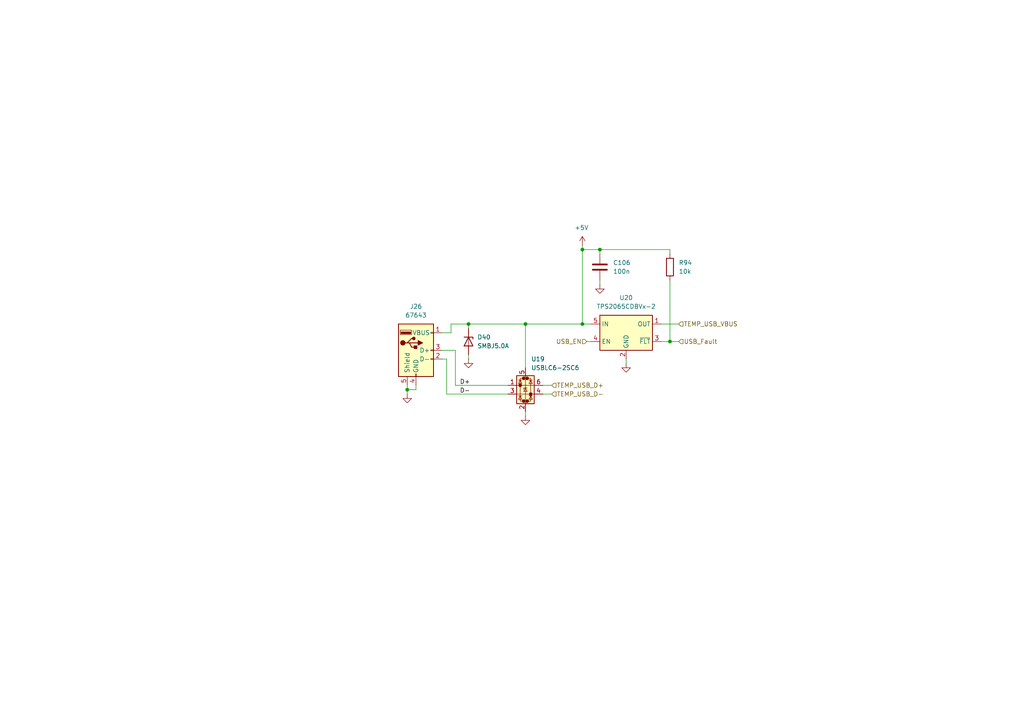
<source format=kicad_sch>
(kicad_sch
	(version 20250114)
	(generator "eeschema")
	(generator_version "9.0")
	(uuid "4cf4a0d2-384e-46e1-b75b-e88135e9d4b0")
	(paper "A4")
	(lib_symbols
		(symbol "Connector:USB_A"
			(pin_names
				(offset 1.016)
			)
			(exclude_from_sim no)
			(in_bom yes)
			(on_board yes)
			(property "Reference" "J"
				(at -5.08 11.43 0)
				(effects
					(font
						(size 1.27 1.27)
					)
					(justify left)
				)
			)
			(property "Value" "USB_A"
				(at -5.08 8.89 0)
				(effects
					(font
						(size 1.27 1.27)
					)
					(justify left)
				)
			)
			(property "Footprint" ""
				(at 3.81 -1.27 0)
				(effects
					(font
						(size 1.27 1.27)
					)
					(hide yes)
				)
			)
			(property "Datasheet" "~"
				(at 3.81 -1.27 0)
				(effects
					(font
						(size 1.27 1.27)
					)
					(hide yes)
				)
			)
			(property "Description" "USB Type A connector"
				(at 0 0 0)
				(effects
					(font
						(size 1.27 1.27)
					)
					(hide yes)
				)
			)
			(property "ki_keywords" "connector USB"
				(at 0 0 0)
				(effects
					(font
						(size 1.27 1.27)
					)
					(hide yes)
				)
			)
			(property "ki_fp_filters" "USB*"
				(at 0 0 0)
				(effects
					(font
						(size 1.27 1.27)
					)
					(hide yes)
				)
			)
			(symbol "USB_A_0_1"
				(rectangle
					(start -5.08 -7.62)
					(end 5.08 7.62)
					(stroke
						(width 0.254)
						(type default)
					)
					(fill
						(type background)
					)
				)
				(circle
					(center -3.81 2.159)
					(radius 0.635)
					(stroke
						(width 0.254)
						(type default)
					)
					(fill
						(type outline)
					)
				)
				(polyline
					(pts
						(xy -3.175 2.159) (xy -2.54 2.159) (xy -1.27 3.429) (xy -0.635 3.429)
					)
					(stroke
						(width 0.254)
						(type default)
					)
					(fill
						(type none)
					)
				)
				(polyline
					(pts
						(xy -2.54 2.159) (xy -1.905 2.159) (xy -1.27 0.889) (xy 0 0.889)
					)
					(stroke
						(width 0.254)
						(type default)
					)
					(fill
						(type none)
					)
				)
				(rectangle
					(start -1.524 4.826)
					(end -4.318 5.334)
					(stroke
						(width 0)
						(type default)
					)
					(fill
						(type outline)
					)
				)
				(rectangle
					(start -1.27 4.572)
					(end -4.572 5.842)
					(stroke
						(width 0)
						(type default)
					)
					(fill
						(type none)
					)
				)
				(circle
					(center -0.635 3.429)
					(radius 0.381)
					(stroke
						(width 0.254)
						(type default)
					)
					(fill
						(type outline)
					)
				)
				(rectangle
					(start -0.127 -7.62)
					(end 0.127 -6.858)
					(stroke
						(width 0)
						(type default)
					)
					(fill
						(type none)
					)
				)
				(rectangle
					(start 0.254 1.27)
					(end -0.508 0.508)
					(stroke
						(width 0.254)
						(type default)
					)
					(fill
						(type outline)
					)
				)
				(polyline
					(pts
						(xy 0.635 2.794) (xy 0.635 1.524) (xy 1.905 2.159) (xy 0.635 2.794)
					)
					(stroke
						(width 0.254)
						(type default)
					)
					(fill
						(type outline)
					)
				)
				(rectangle
					(start 5.08 4.953)
					(end 4.318 5.207)
					(stroke
						(width 0)
						(type default)
					)
					(fill
						(type none)
					)
				)
				(rectangle
					(start 5.08 -0.127)
					(end 4.318 0.127)
					(stroke
						(width 0)
						(type default)
					)
					(fill
						(type none)
					)
				)
				(rectangle
					(start 5.08 -2.667)
					(end 4.318 -2.413)
					(stroke
						(width 0)
						(type default)
					)
					(fill
						(type none)
					)
				)
			)
			(symbol "USB_A_1_1"
				(polyline
					(pts
						(xy -1.905 2.159) (xy 0.635 2.159)
					)
					(stroke
						(width 0.254)
						(type default)
					)
					(fill
						(type none)
					)
				)
				(pin passive line
					(at -2.54 -10.16 90)
					(length 2.54)
					(name "Shield"
						(effects
							(font
								(size 1.27 1.27)
							)
						)
					)
					(number "5"
						(effects
							(font
								(size 1.27 1.27)
							)
						)
					)
				)
				(pin power_in line
					(at 0 -10.16 90)
					(length 2.54)
					(name "GND"
						(effects
							(font
								(size 1.27 1.27)
							)
						)
					)
					(number "4"
						(effects
							(font
								(size 1.27 1.27)
							)
						)
					)
				)
				(pin power_in line
					(at 7.62 5.08 180)
					(length 2.54)
					(name "VBUS"
						(effects
							(font
								(size 1.27 1.27)
							)
						)
					)
					(number "1"
						(effects
							(font
								(size 1.27 1.27)
							)
						)
					)
				)
				(pin bidirectional line
					(at 7.62 0 180)
					(length 2.54)
					(name "D+"
						(effects
							(font
								(size 1.27 1.27)
							)
						)
					)
					(number "3"
						(effects
							(font
								(size 1.27 1.27)
							)
						)
					)
				)
				(pin bidirectional line
					(at 7.62 -2.54 180)
					(length 2.54)
					(name "D-"
						(effects
							(font
								(size 1.27 1.27)
							)
						)
					)
					(number "2"
						(effects
							(font
								(size 1.27 1.27)
							)
						)
					)
				)
			)
			(embedded_fonts no)
		)
		(symbol "Device:C"
			(pin_numbers
				(hide yes)
			)
			(pin_names
				(offset 0.254)
			)
			(exclude_from_sim no)
			(in_bom yes)
			(on_board yes)
			(property "Reference" "C"
				(at 0.635 2.54 0)
				(effects
					(font
						(size 1.27 1.27)
					)
					(justify left)
				)
			)
			(property "Value" "C"
				(at 0.635 -2.54 0)
				(effects
					(font
						(size 1.27 1.27)
					)
					(justify left)
				)
			)
			(property "Footprint" ""
				(at 0.9652 -3.81 0)
				(effects
					(font
						(size 1.27 1.27)
					)
					(hide yes)
				)
			)
			(property "Datasheet" "~"
				(at 0 0 0)
				(effects
					(font
						(size 1.27 1.27)
					)
					(hide yes)
				)
			)
			(property "Description" "Unpolarized capacitor"
				(at 0 0 0)
				(effects
					(font
						(size 1.27 1.27)
					)
					(hide yes)
				)
			)
			(property "ki_keywords" "cap capacitor"
				(at 0 0 0)
				(effects
					(font
						(size 1.27 1.27)
					)
					(hide yes)
				)
			)
			(property "ki_fp_filters" "C_*"
				(at 0 0 0)
				(effects
					(font
						(size 1.27 1.27)
					)
					(hide yes)
				)
			)
			(symbol "C_0_1"
				(polyline
					(pts
						(xy -2.032 0.762) (xy 2.032 0.762)
					)
					(stroke
						(width 0.508)
						(type default)
					)
					(fill
						(type none)
					)
				)
				(polyline
					(pts
						(xy -2.032 -0.762) (xy 2.032 -0.762)
					)
					(stroke
						(width 0.508)
						(type default)
					)
					(fill
						(type none)
					)
				)
			)
			(symbol "C_1_1"
				(pin passive line
					(at 0 3.81 270)
					(length 2.794)
					(name "~"
						(effects
							(font
								(size 1.27 1.27)
							)
						)
					)
					(number "1"
						(effects
							(font
								(size 1.27 1.27)
							)
						)
					)
				)
				(pin passive line
					(at 0 -3.81 90)
					(length 2.794)
					(name "~"
						(effects
							(font
								(size 1.27 1.27)
							)
						)
					)
					(number "2"
						(effects
							(font
								(size 1.27 1.27)
							)
						)
					)
				)
			)
			(embedded_fonts no)
		)
		(symbol "Device:D_Zener"
			(pin_numbers
				(hide yes)
			)
			(pin_names
				(offset 1.016)
				(hide yes)
			)
			(exclude_from_sim no)
			(in_bom yes)
			(on_board yes)
			(property "Reference" "D"
				(at 0 2.54 0)
				(effects
					(font
						(size 1.27 1.27)
					)
				)
			)
			(property "Value" "D_Zener"
				(at 0 -2.54 0)
				(effects
					(font
						(size 1.27 1.27)
					)
				)
			)
			(property "Footprint" ""
				(at 0 0 0)
				(effects
					(font
						(size 1.27 1.27)
					)
					(hide yes)
				)
			)
			(property "Datasheet" "~"
				(at 0 0 0)
				(effects
					(font
						(size 1.27 1.27)
					)
					(hide yes)
				)
			)
			(property "Description" "Zener diode"
				(at 0 0 0)
				(effects
					(font
						(size 1.27 1.27)
					)
					(hide yes)
				)
			)
			(property "ki_keywords" "diode"
				(at 0 0 0)
				(effects
					(font
						(size 1.27 1.27)
					)
					(hide yes)
				)
			)
			(property "ki_fp_filters" "TO-???* *_Diode_* *SingleDiode* D_*"
				(at 0 0 0)
				(effects
					(font
						(size 1.27 1.27)
					)
					(hide yes)
				)
			)
			(symbol "D_Zener_0_1"
				(polyline
					(pts
						(xy -1.27 -1.27) (xy -1.27 1.27) (xy -0.762 1.27)
					)
					(stroke
						(width 0.254)
						(type default)
					)
					(fill
						(type none)
					)
				)
				(polyline
					(pts
						(xy 1.27 0) (xy -1.27 0)
					)
					(stroke
						(width 0)
						(type default)
					)
					(fill
						(type none)
					)
				)
				(polyline
					(pts
						(xy 1.27 -1.27) (xy 1.27 1.27) (xy -1.27 0) (xy 1.27 -1.27)
					)
					(stroke
						(width 0.254)
						(type default)
					)
					(fill
						(type none)
					)
				)
			)
			(symbol "D_Zener_1_1"
				(pin passive line
					(at -3.81 0 0)
					(length 2.54)
					(name "K"
						(effects
							(font
								(size 1.27 1.27)
							)
						)
					)
					(number "1"
						(effects
							(font
								(size 1.27 1.27)
							)
						)
					)
				)
				(pin passive line
					(at 3.81 0 180)
					(length 2.54)
					(name "A"
						(effects
							(font
								(size 1.27 1.27)
							)
						)
					)
					(number "2"
						(effects
							(font
								(size 1.27 1.27)
							)
						)
					)
				)
			)
			(embedded_fonts no)
		)
		(symbol "Device:R"
			(pin_numbers
				(hide yes)
			)
			(pin_names
				(offset 0)
			)
			(exclude_from_sim no)
			(in_bom yes)
			(on_board yes)
			(property "Reference" "R"
				(at 2.032 0 90)
				(effects
					(font
						(size 1.27 1.27)
					)
				)
			)
			(property "Value" "R"
				(at 0 0 90)
				(effects
					(font
						(size 1.27 1.27)
					)
				)
			)
			(property "Footprint" ""
				(at -1.778 0 90)
				(effects
					(font
						(size 1.27 1.27)
					)
					(hide yes)
				)
			)
			(property "Datasheet" "~"
				(at 0 0 0)
				(effects
					(font
						(size 1.27 1.27)
					)
					(hide yes)
				)
			)
			(property "Description" "Resistor"
				(at 0 0 0)
				(effects
					(font
						(size 1.27 1.27)
					)
					(hide yes)
				)
			)
			(property "ki_keywords" "R res resistor"
				(at 0 0 0)
				(effects
					(font
						(size 1.27 1.27)
					)
					(hide yes)
				)
			)
			(property "ki_fp_filters" "R_*"
				(at 0 0 0)
				(effects
					(font
						(size 1.27 1.27)
					)
					(hide yes)
				)
			)
			(symbol "R_0_1"
				(rectangle
					(start -1.016 -2.54)
					(end 1.016 2.54)
					(stroke
						(width 0.254)
						(type default)
					)
					(fill
						(type none)
					)
				)
			)
			(symbol "R_1_1"
				(pin passive line
					(at 0 3.81 270)
					(length 1.27)
					(name "~"
						(effects
							(font
								(size 1.27 1.27)
							)
						)
					)
					(number "1"
						(effects
							(font
								(size 1.27 1.27)
							)
						)
					)
				)
				(pin passive line
					(at 0 -3.81 90)
					(length 1.27)
					(name "~"
						(effects
							(font
								(size 1.27 1.27)
							)
						)
					)
					(number "2"
						(effects
							(font
								(size 1.27 1.27)
							)
						)
					)
				)
			)
			(embedded_fonts no)
		)
		(symbol "Power_Management:TPS2065CDBVx-2"
			(exclude_from_sim no)
			(in_bom yes)
			(on_board yes)
			(property "Reference" "U"
				(at -7.62 -6.35 0)
				(effects
					(font
						(size 1.27 1.27)
					)
					(justify left)
				)
			)
			(property "Value" "TPS2065CDBVx-2"
				(at -7.62 6.35 0)
				(effects
					(font
						(size 1.27 1.27)
					)
					(justify left)
				)
			)
			(property "Footprint" "Package_TO_SOT_SMD:SOT-23-5"
				(at 1.27 -7.62 0)
				(effects
					(font
						(size 1.27 1.27)
					)
					(justify left)
					(hide yes)
				)
			)
			(property "Datasheet" "https://www.ti.com/lit/ds/symlink/tps2051c.pdf"
				(at 1.27 -10.16 0)
				(effects
					(font
						(size 1.27 1.27)
					)
					(justify left)
					(hide yes)
				)
			)
			(property "Description" "1A Current limited power switch, single channel, reverse blocking, SOT-23-5"
				(at 0 0 0)
				(effects
					(font
						(size 1.27 1.27)
					)
					(hide yes)
				)
			)
			(property "ki_keywords" "Limit USB Active High"
				(at 0 0 0)
				(effects
					(font
						(size 1.27 1.27)
					)
					(hide yes)
				)
			)
			(property "ki_fp_filters" "SOT?23*"
				(at 0 0 0)
				(effects
					(font
						(size 1.27 1.27)
					)
					(hide yes)
				)
			)
			(symbol "TPS2065CDBVx-2_0_1"
				(rectangle
					(start -7.62 5.08)
					(end 7.62 -5.08)
					(stroke
						(width 0.254)
						(type default)
					)
					(fill
						(type background)
					)
				)
			)
			(symbol "TPS2065CDBVx-2_1_1"
				(pin power_in line
					(at -10.16 2.54 0)
					(length 2.54)
					(name "IN"
						(effects
							(font
								(size 1.27 1.27)
							)
						)
					)
					(number "5"
						(effects
							(font
								(size 1.27 1.27)
							)
						)
					)
				)
				(pin input line
					(at -10.16 -2.54 0)
					(length 2.54)
					(name "EN"
						(effects
							(font
								(size 1.27 1.27)
							)
						)
					)
					(number "4"
						(effects
							(font
								(size 1.27 1.27)
							)
						)
					)
				)
				(pin power_in line
					(at 0 -7.62 90)
					(length 2.54)
					(name "GND"
						(effects
							(font
								(size 1.27 1.27)
							)
						)
					)
					(number "2"
						(effects
							(font
								(size 1.27 1.27)
							)
						)
					)
				)
				(pin power_out line
					(at 10.16 2.54 180)
					(length 2.54)
					(name "OUT"
						(effects
							(font
								(size 1.27 1.27)
							)
						)
					)
					(number "1"
						(effects
							(font
								(size 1.27 1.27)
							)
						)
					)
				)
				(pin open_collector line
					(at 10.16 -2.54 180)
					(length 2.54)
					(name "~{FLT}"
						(effects
							(font
								(size 1.27 1.27)
							)
						)
					)
					(number "3"
						(effects
							(font
								(size 1.27 1.27)
							)
						)
					)
				)
			)
			(embedded_fonts no)
		)
		(symbol "Power_Protection:USBLC6-2SC6"
			(pin_names
				(hide yes)
			)
			(exclude_from_sim no)
			(in_bom yes)
			(on_board yes)
			(property "Reference" "U"
				(at 0.635 5.715 0)
				(effects
					(font
						(size 1.27 1.27)
					)
					(justify left)
				)
			)
			(property "Value" "USBLC6-2SC6"
				(at 0.635 3.81 0)
				(effects
					(font
						(size 1.27 1.27)
					)
					(justify left)
				)
			)
			(property "Footprint" "Package_TO_SOT_SMD:SOT-23-6"
				(at 1.27 -6.35 0)
				(effects
					(font
						(size 1.27 1.27)
						(italic yes)
					)
					(justify left)
					(hide yes)
				)
			)
			(property "Datasheet" "https://www.st.com/resource/en/datasheet/usblc6-2.pdf"
				(at 1.27 -8.255 0)
				(effects
					(font
						(size 1.27 1.27)
					)
					(justify left)
					(hide yes)
				)
			)
			(property "Description" "Very low capacitance ESD protection diode, 2 data-line, SOT-23-6"
				(at 0 0 0)
				(effects
					(font
						(size 1.27 1.27)
					)
					(hide yes)
				)
			)
			(property "ki_keywords" "usb ethernet video"
				(at 0 0 0)
				(effects
					(font
						(size 1.27 1.27)
					)
					(hide yes)
				)
			)
			(property "ki_fp_filters" "SOT?23*"
				(at 0 0 0)
				(effects
					(font
						(size 1.27 1.27)
					)
					(hide yes)
				)
			)
			(symbol "USBLC6-2SC6_0_0"
				(circle
					(center -1.524 0)
					(radius 0.0001)
					(stroke
						(width 0.508)
						(type default)
					)
					(fill
						(type none)
					)
				)
				(circle
					(center -0.508 2.032)
					(radius 0.0001)
					(stroke
						(width 0.508)
						(type default)
					)
					(fill
						(type none)
					)
				)
				(circle
					(center -0.508 -4.572)
					(radius 0.0001)
					(stroke
						(width 0.508)
						(type default)
					)
					(fill
						(type none)
					)
				)
				(circle
					(center 0.508 2.032)
					(radius 0.0001)
					(stroke
						(width 0.508)
						(type default)
					)
					(fill
						(type none)
					)
				)
				(circle
					(center 0.508 -4.572)
					(radius 0.0001)
					(stroke
						(width 0.508)
						(type default)
					)
					(fill
						(type none)
					)
				)
				(circle
					(center 1.524 -2.54)
					(radius 0.0001)
					(stroke
						(width 0.508)
						(type default)
					)
					(fill
						(type none)
					)
				)
			)
			(symbol "USBLC6-2SC6_0_1"
				(polyline
					(pts
						(xy -2.54 0) (xy 2.54 0)
					)
					(stroke
						(width 0)
						(type default)
					)
					(fill
						(type none)
					)
				)
				(polyline
					(pts
						(xy -2.54 -2.54) (xy 2.54 -2.54)
					)
					(stroke
						(width 0)
						(type default)
					)
					(fill
						(type none)
					)
				)
				(polyline
					(pts
						(xy -2.032 0.508) (xy -1.016 0.508) (xy -1.524 1.524) (xy -2.032 0.508)
					)
					(stroke
						(width 0)
						(type default)
					)
					(fill
						(type none)
					)
				)
				(polyline
					(pts
						(xy -2.032 -3.048) (xy -1.016 -3.048)
					)
					(stroke
						(width 0)
						(type default)
					)
					(fill
						(type none)
					)
				)
				(polyline
					(pts
						(xy -1.016 1.524) (xy -2.032 1.524)
					)
					(stroke
						(width 0)
						(type default)
					)
					(fill
						(type none)
					)
				)
				(polyline
					(pts
						(xy -1.016 -4.064) (xy -2.032 -4.064) (xy -1.524 -3.048) (xy -1.016 -4.064)
					)
					(stroke
						(width 0)
						(type default)
					)
					(fill
						(type none)
					)
				)
				(polyline
					(pts
						(xy -0.508 -1.143) (xy -0.508 -0.762) (xy 0.508 -0.762)
					)
					(stroke
						(width 0)
						(type default)
					)
					(fill
						(type none)
					)
				)
				(polyline
					(pts
						(xy 0 2.54) (xy -0.508 2.032) (xy 0.508 2.032) (xy 0 1.524) (xy 0 -4.064) (xy -0.508 -4.572) (xy 0.508 -4.572)
						(xy 0 -5.08)
					)
					(stroke
						(width 0)
						(type default)
					)
					(fill
						(type none)
					)
				)
				(polyline
					(pts
						(xy 0.508 -1.778) (xy -0.508 -1.778) (xy 0 -0.762) (xy 0.508 -1.778)
					)
					(stroke
						(width 0)
						(type default)
					)
					(fill
						(type none)
					)
				)
				(polyline
					(pts
						(xy 1.016 1.524) (xy 2.032 1.524)
					)
					(stroke
						(width 0)
						(type default)
					)
					(fill
						(type none)
					)
				)
				(polyline
					(pts
						(xy 1.016 -3.048) (xy 2.032 -3.048)
					)
					(stroke
						(width 0)
						(type default)
					)
					(fill
						(type none)
					)
				)
				(polyline
					(pts
						(xy 2.032 0.508) (xy 1.016 0.508) (xy 1.524 1.524) (xy 2.032 0.508)
					)
					(stroke
						(width 0)
						(type default)
					)
					(fill
						(type none)
					)
				)
				(polyline
					(pts
						(xy 2.032 -4.064) (xy 1.016 -4.064) (xy 1.524 -3.048) (xy 2.032 -4.064)
					)
					(stroke
						(width 0)
						(type default)
					)
					(fill
						(type none)
					)
				)
			)
			(symbol "USBLC6-2SC6_1_1"
				(rectangle
					(start -2.54 2.794)
					(end 2.54 -5.334)
					(stroke
						(width 0.254)
						(type default)
					)
					(fill
						(type background)
					)
				)
				(polyline
					(pts
						(xy -0.508 2.032) (xy -1.524 2.032) (xy -1.524 -4.572) (xy -0.508 -4.572)
					)
					(stroke
						(width 0)
						(type default)
					)
					(fill
						(type none)
					)
				)
				(polyline
					(pts
						(xy 0.508 -4.572) (xy 1.524 -4.572) (xy 1.524 2.032) (xy 0.508 2.032)
					)
					(stroke
						(width 0)
						(type default)
					)
					(fill
						(type none)
					)
				)
				(pin passive line
					(at -5.08 0 0)
					(length 2.54)
					(name "I/O1"
						(effects
							(font
								(size 1.27 1.27)
							)
						)
					)
					(number "1"
						(effects
							(font
								(size 1.27 1.27)
							)
						)
					)
				)
				(pin passive line
					(at -5.08 -2.54 0)
					(length 2.54)
					(name "I/O2"
						(effects
							(font
								(size 1.27 1.27)
							)
						)
					)
					(number "3"
						(effects
							(font
								(size 1.27 1.27)
							)
						)
					)
				)
				(pin passive line
					(at 0 5.08 270)
					(length 2.54)
					(name "VBUS"
						(effects
							(font
								(size 1.27 1.27)
							)
						)
					)
					(number "5"
						(effects
							(font
								(size 1.27 1.27)
							)
						)
					)
				)
				(pin passive line
					(at 0 -7.62 90)
					(length 2.54)
					(name "GND"
						(effects
							(font
								(size 1.27 1.27)
							)
						)
					)
					(number "2"
						(effects
							(font
								(size 1.27 1.27)
							)
						)
					)
				)
				(pin passive line
					(at 5.08 0 180)
					(length 2.54)
					(name "I/O1"
						(effects
							(font
								(size 1.27 1.27)
							)
						)
					)
					(number "6"
						(effects
							(font
								(size 1.27 1.27)
							)
						)
					)
				)
				(pin passive line
					(at 5.08 -2.54 180)
					(length 2.54)
					(name "I/O2"
						(effects
							(font
								(size 1.27 1.27)
							)
						)
					)
					(number "4"
						(effects
							(font
								(size 1.27 1.27)
							)
						)
					)
				)
			)
			(embedded_fonts no)
		)
		(symbol "power:+5V"
			(power)
			(pin_numbers
				(hide yes)
			)
			(pin_names
				(offset 0)
				(hide yes)
			)
			(exclude_from_sim no)
			(in_bom yes)
			(on_board yes)
			(property "Reference" "#PWR"
				(at 0 -3.81 0)
				(effects
					(font
						(size 1.27 1.27)
					)
					(hide yes)
				)
			)
			(property "Value" "+5V"
				(at 0 3.556 0)
				(effects
					(font
						(size 1.27 1.27)
					)
				)
			)
			(property "Footprint" ""
				(at 0 0 0)
				(effects
					(font
						(size 1.27 1.27)
					)
					(hide yes)
				)
			)
			(property "Datasheet" ""
				(at 0 0 0)
				(effects
					(font
						(size 1.27 1.27)
					)
					(hide yes)
				)
			)
			(property "Description" "Power symbol creates a global label with name \"+5V\""
				(at 0 0 0)
				(effects
					(font
						(size 1.27 1.27)
					)
					(hide yes)
				)
			)
			(property "ki_keywords" "global power"
				(at 0 0 0)
				(effects
					(font
						(size 1.27 1.27)
					)
					(hide yes)
				)
			)
			(symbol "+5V_0_1"
				(polyline
					(pts
						(xy -0.762 1.27) (xy 0 2.54)
					)
					(stroke
						(width 0)
						(type default)
					)
					(fill
						(type none)
					)
				)
				(polyline
					(pts
						(xy 0 2.54) (xy 0.762 1.27)
					)
					(stroke
						(width 0)
						(type default)
					)
					(fill
						(type none)
					)
				)
				(polyline
					(pts
						(xy 0 0) (xy 0 2.54)
					)
					(stroke
						(width 0)
						(type default)
					)
					(fill
						(type none)
					)
				)
			)
			(symbol "+5V_1_1"
				(pin power_in line
					(at 0 0 90)
					(length 0)
					(name "~"
						(effects
							(font
								(size 1.27 1.27)
							)
						)
					)
					(number "1"
						(effects
							(font
								(size 1.27 1.27)
							)
						)
					)
				)
			)
			(embedded_fonts no)
		)
		(symbol "power:GND"
			(power)
			(pin_numbers
				(hide yes)
			)
			(pin_names
				(offset 0)
				(hide yes)
			)
			(exclude_from_sim no)
			(in_bom yes)
			(on_board yes)
			(property "Reference" "#PWR"
				(at 0 -6.35 0)
				(effects
					(font
						(size 1.27 1.27)
					)
					(hide yes)
				)
			)
			(property "Value" "GND"
				(at 0 -3.81 0)
				(effects
					(font
						(size 1.27 1.27)
					)
				)
			)
			(property "Footprint" ""
				(at 0 0 0)
				(effects
					(font
						(size 1.27 1.27)
					)
					(hide yes)
				)
			)
			(property "Datasheet" ""
				(at 0 0 0)
				(effects
					(font
						(size 1.27 1.27)
					)
					(hide yes)
				)
			)
			(property "Description" "Power symbol creates a global label with name \"GND\" , ground"
				(at 0 0 0)
				(effects
					(font
						(size 1.27 1.27)
					)
					(hide yes)
				)
			)
			(property "ki_keywords" "global power"
				(at 0 0 0)
				(effects
					(font
						(size 1.27 1.27)
					)
					(hide yes)
				)
			)
			(symbol "GND_0_1"
				(polyline
					(pts
						(xy 0 0) (xy 0 -1.27) (xy 1.27 -1.27) (xy 0 -2.54) (xy -1.27 -1.27) (xy 0 -1.27)
					)
					(stroke
						(width 0)
						(type default)
					)
					(fill
						(type none)
					)
				)
			)
			(symbol "GND_1_1"
				(pin power_in line
					(at 0 0 270)
					(length 0)
					(name "~"
						(effects
							(font
								(size 1.27 1.27)
							)
						)
					)
					(number "1"
						(effects
							(font
								(size 1.27 1.27)
							)
						)
					)
				)
			)
			(embedded_fonts no)
		)
	)
	(junction
		(at 173.99 72.39)
		(diameter 0)
		(color 0 0 0 0)
		(uuid "16c30e8e-5852-4374-b5e4-9acd0c8afa10")
	)
	(junction
		(at 194.31 99.06)
		(diameter 0)
		(color 0 0 0 0)
		(uuid "1e9dc993-3fa7-4fdf-ac96-16d51efb3cdd")
	)
	(junction
		(at 168.91 93.98)
		(diameter 0)
		(color 0 0 0 0)
		(uuid "4571aab6-74a6-4593-ab21-b87aad10a12e")
	)
	(junction
		(at 168.91 72.39)
		(diameter 0)
		(color 0 0 0 0)
		(uuid "961a72e1-aeb0-4b48-9581-2b3260d76111")
	)
	(junction
		(at 152.4 93.98)
		(diameter 0)
		(color 0 0 0 0)
		(uuid "99a419e4-7c2f-47ef-b1e9-2059d1e2afb5")
	)
	(junction
		(at 118.11 113.03)
		(diameter 0)
		(color 0 0 0 0)
		(uuid "e3fcaf8f-36c7-4145-bb06-cd8e4b53749c")
	)
	(junction
		(at 135.89 93.98)
		(diameter 0)
		(color 0 0 0 0)
		(uuid "fbe517a5-ca99-4049-a6db-2e7fc0829e20")
	)
	(wire
		(pts
			(xy 194.31 99.06) (xy 194.31 81.28)
		)
		(stroke
			(width 0)
			(type default)
		)
		(uuid "03db0874-4833-4170-8f60-8e08325f9b2d")
	)
	(wire
		(pts
			(xy 173.99 81.28) (xy 173.99 82.55)
		)
		(stroke
			(width 0)
			(type default)
		)
		(uuid "067f43a6-a05d-4d45-9b8b-953d149ee728")
	)
	(wire
		(pts
			(xy 168.91 93.98) (xy 171.45 93.98)
		)
		(stroke
			(width 0)
			(type default)
		)
		(uuid "0a92bbd5-0452-4812-b50e-1e71647ae6e0")
	)
	(wire
		(pts
			(xy 173.99 72.39) (xy 194.31 72.39)
		)
		(stroke
			(width 0)
			(type default)
		)
		(uuid "0d9dd07e-dad7-4dae-ab0a-94beaae01cd0")
	)
	(wire
		(pts
			(xy 128.27 96.52) (xy 130.81 96.52)
		)
		(stroke
			(width 0)
			(type default)
		)
		(uuid "0f7c5194-18cb-43e8-9037-62f510264e7d")
	)
	(wire
		(pts
			(xy 118.11 111.76) (xy 118.11 113.03)
		)
		(stroke
			(width 0)
			(type default)
		)
		(uuid "182a2070-cff7-4b63-b4fe-6405c53accf2")
	)
	(wire
		(pts
			(xy 191.77 93.98) (xy 196.85 93.98)
		)
		(stroke
			(width 0)
			(type default)
		)
		(uuid "227d732a-1151-4f72-9459-dfb715e8a7b0")
	)
	(wire
		(pts
			(xy 129.54 114.3) (xy 129.54 104.14)
		)
		(stroke
			(width 0)
			(type default)
		)
		(uuid "278cbba1-0f4a-43af-b0fa-c1ba5e5b1ab1")
	)
	(wire
		(pts
			(xy 132.08 101.6) (xy 128.27 101.6)
		)
		(stroke
			(width 0)
			(type default)
		)
		(uuid "295d1b82-bc12-4b69-944b-09ed35b5536c")
	)
	(wire
		(pts
			(xy 132.08 111.76) (xy 132.08 101.6)
		)
		(stroke
			(width 0)
			(type default)
		)
		(uuid "2d9a3be0-6941-48a7-b510-dd0ceaad14ae")
	)
	(wire
		(pts
			(xy 120.65 113.03) (xy 118.11 113.03)
		)
		(stroke
			(width 0)
			(type default)
		)
		(uuid "3036c145-ee3e-45a4-a6ad-fcb2d253fe0d")
	)
	(wire
		(pts
			(xy 118.11 113.03) (xy 118.11 114.3)
		)
		(stroke
			(width 0)
			(type default)
		)
		(uuid "3d52d2e1-b3ed-4a02-88ff-18e91ad33316")
	)
	(wire
		(pts
			(xy 173.99 73.66) (xy 173.99 72.39)
		)
		(stroke
			(width 0)
			(type default)
		)
		(uuid "4309ba9b-2494-4933-9fb3-781e28e3f6b5")
	)
	(wire
		(pts
			(xy 173.99 72.39) (xy 168.91 72.39)
		)
		(stroke
			(width 0)
			(type default)
		)
		(uuid "5dff37fc-e375-4ba8-a484-11b5db17fa90")
	)
	(wire
		(pts
			(xy 194.31 99.06) (xy 196.85 99.06)
		)
		(stroke
			(width 0)
			(type default)
		)
		(uuid "635f52fe-46ef-4105-957d-8cb8a300042c")
	)
	(wire
		(pts
			(xy 135.89 93.98) (xy 135.89 95.25)
		)
		(stroke
			(width 0)
			(type default)
		)
		(uuid "713ed441-6b23-4a19-b95b-9fdd56a1aa7e")
	)
	(wire
		(pts
			(xy 152.4 120.65) (xy 152.4 119.38)
		)
		(stroke
			(width 0)
			(type default)
		)
		(uuid "92ba55d7-04be-4fe5-b9dc-9e26cbbe4ab9")
	)
	(wire
		(pts
			(xy 157.48 114.3) (xy 160.02 114.3)
		)
		(stroke
			(width 0)
			(type default)
		)
		(uuid "98405e9b-9216-4d48-bf42-fc1cb3b08904")
	)
	(wire
		(pts
			(xy 157.48 111.76) (xy 160.02 111.76)
		)
		(stroke
			(width 0)
			(type default)
		)
		(uuid "9c89151d-aed2-428d-8c13-f3d3227a057a")
	)
	(wire
		(pts
			(xy 168.91 71.12) (xy 168.91 72.39)
		)
		(stroke
			(width 0)
			(type default)
		)
		(uuid "a6cae6aa-1337-4da2-a734-03f7efaf67e5")
	)
	(wire
		(pts
			(xy 130.81 96.52) (xy 130.81 93.98)
		)
		(stroke
			(width 0)
			(type default)
		)
		(uuid "ab706f73-3466-46bb-8171-1881c6e23eba")
	)
	(wire
		(pts
			(xy 152.4 106.68) (xy 152.4 93.98)
		)
		(stroke
			(width 0)
			(type default)
		)
		(uuid "add81997-803c-401c-81f5-82a25f8910df")
	)
	(wire
		(pts
			(xy 194.31 73.66) (xy 194.31 72.39)
		)
		(stroke
			(width 0)
			(type default)
		)
		(uuid "b301ee52-7c04-4737-b9f4-2ed0f3d05e76")
	)
	(wire
		(pts
			(xy 181.61 104.14) (xy 181.61 105.41)
		)
		(stroke
			(width 0)
			(type default)
		)
		(uuid "c1b73d86-0856-4726-b1ae-cb8461338c74")
	)
	(wire
		(pts
			(xy 129.54 104.14) (xy 128.27 104.14)
		)
		(stroke
			(width 0)
			(type default)
		)
		(uuid "c88211dc-912b-4eec-8295-d71badfe7fee")
	)
	(wire
		(pts
			(xy 168.91 72.39) (xy 168.91 93.98)
		)
		(stroke
			(width 0)
			(type default)
		)
		(uuid "cc48c912-a0eb-4b1d-92ab-b844168907ce")
	)
	(wire
		(pts
			(xy 135.89 93.98) (xy 152.4 93.98)
		)
		(stroke
			(width 0)
			(type default)
		)
		(uuid "d99e49df-2e68-406a-93eb-a11a10e9a8a2")
	)
	(wire
		(pts
			(xy 130.81 93.98) (xy 135.89 93.98)
		)
		(stroke
			(width 0)
			(type default)
		)
		(uuid "df09eb8c-f61e-4e3a-85a0-b0e1e54facb1")
	)
	(wire
		(pts
			(xy 191.77 99.06) (xy 194.31 99.06)
		)
		(stroke
			(width 0)
			(type default)
		)
		(uuid "e95cedc5-de0f-4d7d-a285-23888a69239f")
	)
	(wire
		(pts
			(xy 120.65 111.76) (xy 120.65 113.03)
		)
		(stroke
			(width 0)
			(type default)
		)
		(uuid "ea661a0d-0742-474c-bd39-22215e8a75c1")
	)
	(wire
		(pts
			(xy 132.08 111.76) (xy 147.32 111.76)
		)
		(stroke
			(width 0)
			(type default)
		)
		(uuid "eb7619cd-8922-4cb4-babc-47eae3eb1860")
	)
	(wire
		(pts
			(xy 152.4 93.98) (xy 168.91 93.98)
		)
		(stroke
			(width 0)
			(type default)
		)
		(uuid "eda5b050-3217-4824-a9a4-fb548b47d5b5")
	)
	(wire
		(pts
			(xy 129.54 114.3) (xy 147.32 114.3)
		)
		(stroke
			(width 0)
			(type default)
		)
		(uuid "f3a8f13d-9d0c-4eb3-8f04-3c1a22d0f353")
	)
	(wire
		(pts
			(xy 170.18 99.06) (xy 171.45 99.06)
		)
		(stroke
			(width 0)
			(type default)
		)
		(uuid "f6265541-6e1f-4ca6-be38-ce4219cfa1ac")
	)
	(wire
		(pts
			(xy 135.89 102.87) (xy 135.89 104.14)
		)
		(stroke
			(width 0)
			(type default)
		)
		(uuid "f841e2af-155f-4417-af41-cc60837f4a75")
	)
	(label "D-"
		(at 133.35 114.3 0)
		(effects
			(font
				(size 1.27 1.27)
			)
			(justify left bottom)
		)
		(uuid "522a7590-3e23-4192-a45b-b1bda42d81b4")
	)
	(label "D+"
		(at 133.35 111.76 0)
		(effects
			(font
				(size 1.27 1.27)
			)
			(justify left bottom)
		)
		(uuid "61731a88-6209-4e81-af27-9b5454db22cf")
	)
	(hierarchical_label "TEMP_USB_VBUS"
		(shape input)
		(at 196.85 93.98 0)
		(effects
			(font
				(size 1.27 1.27)
			)
			(justify left)
		)
		(uuid "45736b97-3d93-4680-adde-b7ba317940c3")
	)
	(hierarchical_label "TEMP_USB_D-"
		(shape input)
		(at 160.02 114.3 0)
		(effects
			(font
				(size 1.27 1.27)
			)
			(justify left)
		)
		(uuid "63b4b0c9-c737-4123-9395-4105f2ea2281")
	)
	(hierarchical_label "USB_Fault"
		(shape input)
		(at 196.85 99.06 0)
		(effects
			(font
				(size 1.27 1.27)
			)
			(justify left)
		)
		(uuid "8dbb3cd0-d63a-49d0-ac84-74d778d9785e")
	)
	(hierarchical_label "USB_EN"
		(shape input)
		(at 170.18 99.06 180)
		(effects
			(font
				(size 1.27 1.27)
			)
			(justify right)
		)
		(uuid "99e664c8-9b2e-433f-96fa-d630bf7e6095")
	)
	(hierarchical_label "TEMP_USB_D+"
		(shape input)
		(at 160.02 111.76 0)
		(effects
			(font
				(size 1.27 1.27)
			)
			(justify left)
		)
		(uuid "e0558222-9d76-4f66-93e9-97f05e164abe")
	)
	(symbol
		(lib_id "power:+5V")
		(at 168.91 71.12 0)
		(unit 1)
		(exclude_from_sim no)
		(in_bom yes)
		(on_board yes)
		(dnp no)
		(uuid "05cdd5b6-f617-4230-b471-fe8148922748")
		(property "Reference" "#PWR0168"
			(at 168.91 74.93 0)
			(effects
				(font
					(size 1.27 1.27)
				)
				(hide yes)
			)
		)
		(property "Value" "+5V"
			(at 166.624 66.04 0)
			(effects
				(font
					(size 1.27 1.27)
				)
				(justify left)
			)
		)
		(property "Footprint" ""
			(at 168.91 71.12 0)
			(effects
				(font
					(size 1.27 1.27)
				)
				(hide yes)
			)
		)
		(property "Datasheet" ""
			(at 168.91 71.12 0)
			(effects
				(font
					(size 1.27 1.27)
				)
				(hide yes)
			)
		)
		(property "Description" "Power symbol creates a global label with name \"+5V\""
			(at 168.91 71.12 0)
			(effects
				(font
					(size 1.27 1.27)
				)
				(hide yes)
			)
		)
		(pin "1"
			(uuid "0c1058a0-5756-4537-8bd0-a5bb3e1fae34")
		)
		(instances
			(project "Input_Eve_V1.0"
				(path "/519cd8d4-bb93-4bd2-8d6d-fc5bc7100516/f49aba13-2112-4d94-ad54-76bc7955d48f"
					(reference "#PWR0168")
					(unit 1)
				)
			)
		)
	)
	(symbol
		(lib_id "power:GND")
		(at 118.11 114.3 0)
		(unit 1)
		(exclude_from_sim no)
		(in_bom yes)
		(on_board yes)
		(dnp no)
		(fields_autoplaced yes)
		(uuid "4cdd9345-7058-4125-b948-be627359725c")
		(property "Reference" "#PWR0167"
			(at 118.11 120.65 0)
			(effects
				(font
					(size 1.27 1.27)
				)
				(hide yes)
			)
		)
		(property "Value" "GND"
			(at 118.11 119.38 0)
			(effects
				(font
					(size 1.27 1.27)
				)
				(hide yes)
			)
		)
		(property "Footprint" ""
			(at 118.11 114.3 0)
			(effects
				(font
					(size 1.27 1.27)
				)
				(hide yes)
			)
		)
		(property "Datasheet" ""
			(at 118.11 114.3 0)
			(effects
				(font
					(size 1.27 1.27)
				)
				(hide yes)
			)
		)
		(property "Description" "Power symbol creates a global label with name \"GND\" , ground"
			(at 118.11 114.3 0)
			(effects
				(font
					(size 1.27 1.27)
				)
				(hide yes)
			)
		)
		(pin "1"
			(uuid "c685da2e-9ea5-4140-89a5-973ff2f128cc")
		)
		(instances
			(project "Input_Eve_V1.0"
				(path "/519cd8d4-bb93-4bd2-8d6d-fc5bc7100516/f49aba13-2112-4d94-ad54-76bc7955d48f"
					(reference "#PWR0167")
					(unit 1)
				)
			)
		)
	)
	(symbol
		(lib_id "Connector:USB_A")
		(at 120.65 101.6 0)
		(unit 1)
		(exclude_from_sim no)
		(in_bom yes)
		(on_board yes)
		(dnp no)
		(fields_autoplaced yes)
		(uuid "4e242694-96ef-4289-b43a-954c7add7772")
		(property "Reference" "J26"
			(at 120.65 88.9 0)
			(effects
				(font
					(size 1.27 1.27)
				)
			)
		)
		(property "Value" "67643"
			(at 120.65 91.44 0)
			(effects
				(font
					(size 1.27 1.27)
				)
			)
		)
		(property "Footprint" "Connector_USB:USB_A_Molex_67643_Horizontal"
			(at 124.46 102.87 0)
			(effects
				(font
					(size 1.27 1.27)
				)
				(hide yes)
			)
		)
		(property "Datasheet" "~"
			(at 124.46 102.87 0)
			(effects
				(font
					(size 1.27 1.27)
				)
				(hide yes)
			)
		)
		(property "Description" "USB Type A connector"
			(at 120.65 101.6 0)
			(effects
				(font
					(size 1.27 1.27)
				)
				(hide yes)
			)
		)
		(pin "1"
			(uuid "32f59740-2e41-459d-90fc-187a06ddc25e")
		)
		(pin "4"
			(uuid "0829ea40-c6b8-4ada-97d2-cc3fd0c4c7f9")
		)
		(pin "5"
			(uuid "cdb069c8-7b2f-4d38-8252-4df929eb1203")
		)
		(pin "3"
			(uuid "e55dac61-0c8e-4f8c-95a0-5afcbfe923fb")
		)
		(pin "2"
			(uuid "db11a927-2e59-41b2-8898-e0f66f496615")
		)
		(instances
			(project ""
				(path "/519cd8d4-bb93-4bd2-8d6d-fc5bc7100516/f49aba13-2112-4d94-ad54-76bc7955d48f"
					(reference "J26")
					(unit 1)
				)
			)
		)
	)
	(symbol
		(lib_id "power:GND")
		(at 152.4 120.65 0)
		(unit 1)
		(exclude_from_sim no)
		(in_bom yes)
		(on_board yes)
		(dnp no)
		(fields_autoplaced yes)
		(uuid "82bbdfd7-465a-455f-b5f6-c2ff48f8d886")
		(property "Reference" "#PWR0172"
			(at 152.4 127 0)
			(effects
				(font
					(size 1.27 1.27)
				)
				(hide yes)
			)
		)
		(property "Value" "GND"
			(at 152.4 125.73 0)
			(effects
				(font
					(size 1.27 1.27)
				)
				(hide yes)
			)
		)
		(property "Footprint" ""
			(at 152.4 120.65 0)
			(effects
				(font
					(size 1.27 1.27)
				)
				(hide yes)
			)
		)
		(property "Datasheet" ""
			(at 152.4 120.65 0)
			(effects
				(font
					(size 1.27 1.27)
				)
				(hide yes)
			)
		)
		(property "Description" "Power symbol creates a global label with name \"GND\" , ground"
			(at 152.4 120.65 0)
			(effects
				(font
					(size 1.27 1.27)
				)
				(hide yes)
			)
		)
		(pin "1"
			(uuid "3221a05a-1be5-49da-8edd-7e3de50524a1")
		)
		(instances
			(project "Input_Eve_V1.0"
				(path "/519cd8d4-bb93-4bd2-8d6d-fc5bc7100516/f49aba13-2112-4d94-ad54-76bc7955d48f"
					(reference "#PWR0172")
					(unit 1)
				)
			)
		)
	)
	(symbol
		(lib_id "Power_Protection:USBLC6-2SC6")
		(at 152.4 111.76 0)
		(unit 1)
		(exclude_from_sim no)
		(in_bom yes)
		(on_board yes)
		(dnp no)
		(fields_autoplaced yes)
		(uuid "8d711ce3-8448-4aea-ac32-563138f5aa03")
		(property "Reference" "U19"
			(at 154.0511 104.14 0)
			(effects
				(font
					(size 1.27 1.27)
				)
				(justify left)
			)
		)
		(property "Value" "USBLC6-2SC6"
			(at 154.0511 106.68 0)
			(effects
				(font
					(size 1.27 1.27)
				)
				(justify left)
			)
		)
		(property "Footprint" "Package_TO_SOT_SMD:SOT-23-6"
			(at 153.67 118.11 0)
			(effects
				(font
					(size 1.27 1.27)
					(italic yes)
				)
				(justify left)
				(hide yes)
			)
		)
		(property "Datasheet" "https://www.st.com/resource/en/datasheet/usblc6-2.pdf"
			(at 153.67 120.015 0)
			(effects
				(font
					(size 1.27 1.27)
				)
				(justify left)
				(hide yes)
			)
		)
		(property "Description" "Very low capacitance ESD protection diode, 2 data-line, SOT-23-6"
			(at 152.4 111.76 0)
			(effects
				(font
					(size 1.27 1.27)
				)
				(hide yes)
			)
		)
		(pin "1"
			(uuid "adfeb0c9-82b4-40b2-ab79-aaa6bf06647f")
		)
		(pin "3"
			(uuid "2dbd4082-b9b0-4732-bddc-525d76024b58")
		)
		(pin "5"
			(uuid "37367c18-12c1-4920-80e8-3a7363a6d9b8")
		)
		(pin "2"
			(uuid "1eade7c3-48a4-4ffc-9532-e3bcd4ef61e6")
		)
		(pin "6"
			(uuid "b26b52cf-949d-48c3-bfb6-3d5db7387594")
		)
		(pin "4"
			(uuid "fefdd3f6-1338-4127-8578-8e6341f4faa3")
		)
		(instances
			(project "Input_Eve_V1.0"
				(path "/519cd8d4-bb93-4bd2-8d6d-fc5bc7100516/f49aba13-2112-4d94-ad54-76bc7955d48f"
					(reference "U19")
					(unit 1)
				)
			)
		)
	)
	(symbol
		(lib_id "power:GND")
		(at 181.61 105.41 0)
		(unit 1)
		(exclude_from_sim no)
		(in_bom yes)
		(on_board yes)
		(dnp no)
		(fields_autoplaced yes)
		(uuid "a2461a93-d89f-42fd-ac8d-7193c50e6107")
		(property "Reference" "#PWR0174"
			(at 181.61 111.76 0)
			(effects
				(font
					(size 1.27 1.27)
				)
				(hide yes)
			)
		)
		(property "Value" "GND"
			(at 181.61 110.49 0)
			(effects
				(font
					(size 1.27 1.27)
				)
				(hide yes)
			)
		)
		(property "Footprint" ""
			(at 181.61 105.41 0)
			(effects
				(font
					(size 1.27 1.27)
				)
				(hide yes)
			)
		)
		(property "Datasheet" ""
			(at 181.61 105.41 0)
			(effects
				(font
					(size 1.27 1.27)
				)
				(hide yes)
			)
		)
		(property "Description" "Power symbol creates a global label with name \"GND\" , ground"
			(at 181.61 105.41 0)
			(effects
				(font
					(size 1.27 1.27)
				)
				(hide yes)
			)
		)
		(pin "1"
			(uuid "1941b8c3-26aa-4f42-97fc-7fb57a219814")
		)
		(instances
			(project "Input_Eve_V1.0"
				(path "/519cd8d4-bb93-4bd2-8d6d-fc5bc7100516/f49aba13-2112-4d94-ad54-76bc7955d48f"
					(reference "#PWR0174")
					(unit 1)
				)
			)
		)
	)
	(symbol
		(lib_id "power:GND")
		(at 173.99 82.55 0)
		(unit 1)
		(exclude_from_sim no)
		(in_bom yes)
		(on_board yes)
		(dnp no)
		(fields_autoplaced yes)
		(uuid "b04b0764-9e30-4faa-8fbd-4309e49cf64b")
		(property "Reference" "#PWR0171"
			(at 173.99 88.9 0)
			(effects
				(font
					(size 1.27 1.27)
				)
				(hide yes)
			)
		)
		(property "Value" "GND"
			(at 173.99 87.63 0)
			(effects
				(font
					(size 1.27 1.27)
				)
				(hide yes)
			)
		)
		(property "Footprint" ""
			(at 173.99 82.55 0)
			(effects
				(font
					(size 1.27 1.27)
				)
				(hide yes)
			)
		)
		(property "Datasheet" ""
			(at 173.99 82.55 0)
			(effects
				(font
					(size 1.27 1.27)
				)
				(hide yes)
			)
		)
		(property "Description" "Power symbol creates a global label with name \"GND\" , ground"
			(at 173.99 82.55 0)
			(effects
				(font
					(size 1.27 1.27)
				)
				(hide yes)
			)
		)
		(pin "1"
			(uuid "6629bbbc-75f4-4baf-92ff-154266b78d96")
		)
		(instances
			(project "Input_Eve_V1.0"
				(path "/519cd8d4-bb93-4bd2-8d6d-fc5bc7100516/f49aba13-2112-4d94-ad54-76bc7955d48f"
					(reference "#PWR0171")
					(unit 1)
				)
			)
		)
	)
	(symbol
		(lib_id "Device:D_Zener")
		(at 135.89 99.06 270)
		(unit 1)
		(exclude_from_sim no)
		(in_bom yes)
		(on_board yes)
		(dnp no)
		(fields_autoplaced yes)
		(uuid "bd669933-3a64-40a1-85f6-1838626e0f22")
		(property "Reference" "D40"
			(at 138.43 97.7899 90)
			(effects
				(font
					(size 1.27 1.27)
				)
				(justify left)
			)
		)
		(property "Value" "SMBJ5.0A"
			(at 138.43 100.3299 90)
			(effects
				(font
					(size 1.27 1.27)
				)
				(justify left)
			)
		)
		(property "Footprint" "Diode_SMD:D_SMB"
			(at 135.89 99.06 0)
			(effects
				(font
					(size 1.27 1.27)
				)
				(hide yes)
			)
		)
		(property "Datasheet" "~"
			(at 135.89 99.06 0)
			(effects
				(font
					(size 1.27 1.27)
				)
				(hide yes)
			)
		)
		(property "Description" "Zener diode"
			(at 135.89 99.06 0)
			(effects
				(font
					(size 1.27 1.27)
				)
				(hide yes)
			)
		)
		(pin "1"
			(uuid "86de3e3f-1f5d-45b2-ad63-07d7c2e7e953")
		)
		(pin "2"
			(uuid "5100a11c-6c67-44a1-a6f1-49f04beb0e8d")
		)
		(instances
			(project "Input_Eve_V1.0"
				(path "/519cd8d4-bb93-4bd2-8d6d-fc5bc7100516/f49aba13-2112-4d94-ad54-76bc7955d48f"
					(reference "D40")
					(unit 1)
				)
			)
		)
	)
	(symbol
		(lib_id "Device:C")
		(at 173.99 77.47 0)
		(unit 1)
		(exclude_from_sim no)
		(in_bom yes)
		(on_board yes)
		(dnp no)
		(fields_autoplaced yes)
		(uuid "e01655e6-ea1e-4593-9b2e-849d0477dbac")
		(property "Reference" "C106"
			(at 177.8 76.1999 0)
			(effects
				(font
					(size 1.27 1.27)
				)
				(justify left)
			)
		)
		(property "Value" "100n"
			(at 177.8 78.7399 0)
			(effects
				(font
					(size 1.27 1.27)
				)
				(justify left)
			)
		)
		(property "Footprint" "Capacitor_SMD:C_0402_1005Metric"
			(at 174.9552 81.28 0)
			(effects
				(font
					(size 1.27 1.27)
				)
				(hide yes)
			)
		)
		(property "Datasheet" "~"
			(at 173.99 77.47 0)
			(effects
				(font
					(size 1.27 1.27)
				)
				(hide yes)
			)
		)
		(property "Description" "Unpolarized capacitor"
			(at 173.99 77.47 0)
			(effects
				(font
					(size 1.27 1.27)
				)
				(hide yes)
			)
		)
		(pin "2"
			(uuid "c84c2b43-3797-4c16-9140-a7a7d18a4235")
		)
		(pin "1"
			(uuid "79ee4cad-3c2a-4d83-ad8b-f92bf9145960")
		)
		(instances
			(project ""
				(path "/519cd8d4-bb93-4bd2-8d6d-fc5bc7100516/f49aba13-2112-4d94-ad54-76bc7955d48f"
					(reference "C106")
					(unit 1)
				)
			)
		)
	)
	(symbol
		(lib_id "Power_Management:TPS2065CDBVx-2")
		(at 181.61 96.52 0)
		(unit 1)
		(exclude_from_sim no)
		(in_bom yes)
		(on_board yes)
		(dnp no)
		(fields_autoplaced yes)
		(uuid "e165ab60-bdce-4981-a86b-58f4769a5f9b")
		(property "Reference" "U20"
			(at 181.61 86.36 0)
			(effects
				(font
					(size 1.27 1.27)
				)
			)
		)
		(property "Value" "TPS2065CDBVx-2"
			(at 181.61 88.9 0)
			(effects
				(font
					(size 1.27 1.27)
				)
			)
		)
		(property "Footprint" "Package_TO_SOT_SMD:SOT-23-5"
			(at 182.88 104.14 0)
			(effects
				(font
					(size 1.27 1.27)
				)
				(justify left)
				(hide yes)
			)
		)
		(property "Datasheet" "https://www.ti.com/lit/ds/symlink/tps2051c.pdf"
			(at 182.88 106.68 0)
			(effects
				(font
					(size 1.27 1.27)
				)
				(justify left)
				(hide yes)
			)
		)
		(property "Description" "1A Current limited power switch, single channel, reverse blocking, SOT-23-5"
			(at 181.61 96.52 0)
			(effects
				(font
					(size 1.27 1.27)
				)
				(hide yes)
			)
		)
		(pin "5"
			(uuid "7e74d7fe-8652-41e1-9358-c4837f4fadc9")
		)
		(pin "1"
			(uuid "94a14647-bfd1-4e4b-b96c-406fe4e954d2")
		)
		(pin "4"
			(uuid "d95b995c-55db-49c9-9574-e71b21735e49")
		)
		(pin "3"
			(uuid "54e6ea07-78a2-4591-bf21-1295d4ea6305")
		)
		(pin "2"
			(uuid "01ee85ae-c8e2-4d8a-addb-2070dce922ba")
		)
		(instances
			(project ""
				(path "/519cd8d4-bb93-4bd2-8d6d-fc5bc7100516/f49aba13-2112-4d94-ad54-76bc7955d48f"
					(reference "U20")
					(unit 1)
				)
			)
		)
	)
	(symbol
		(lib_id "Device:R")
		(at 194.31 77.47 0)
		(unit 1)
		(exclude_from_sim no)
		(in_bom yes)
		(on_board yes)
		(dnp no)
		(fields_autoplaced yes)
		(uuid "e798ac33-bc77-415a-b29e-bd00f07d7955")
		(property "Reference" "R94"
			(at 196.85 76.1999 0)
			(effects
				(font
					(size 1.27 1.27)
				)
				(justify left)
			)
		)
		(property "Value" "10k"
			(at 196.85 78.7399 0)
			(effects
				(font
					(size 1.27 1.27)
				)
				(justify left)
			)
		)
		(property "Footprint" "Resistor_SMD:R_0402_1005Metric"
			(at 192.532 77.47 90)
			(effects
				(font
					(size 1.27 1.27)
				)
				(hide yes)
			)
		)
		(property "Datasheet" "~"
			(at 194.31 77.47 0)
			(effects
				(font
					(size 1.27 1.27)
				)
				(hide yes)
			)
		)
		(property "Description" "Resistor"
			(at 194.31 77.47 0)
			(effects
				(font
					(size 1.27 1.27)
				)
				(hide yes)
			)
		)
		(pin "2"
			(uuid "e5435ba8-5e1c-4d12-a5e0-9acfd5dd01ca")
		)
		(pin "1"
			(uuid "ad5f84f1-600a-472c-a97c-23c463ef58e8")
		)
		(instances
			(project ""
				(path "/519cd8d4-bb93-4bd2-8d6d-fc5bc7100516/f49aba13-2112-4d94-ad54-76bc7955d48f"
					(reference "R94")
					(unit 1)
				)
			)
		)
	)
	(symbol
		(lib_id "power:GND")
		(at 135.89 104.14 0)
		(unit 1)
		(exclude_from_sim no)
		(in_bom yes)
		(on_board yes)
		(dnp no)
		(fields_autoplaced yes)
		(uuid "f240001c-de57-4b74-aac6-a01435430c8f")
		(property "Reference" "#PWR0169"
			(at 135.89 110.49 0)
			(effects
				(font
					(size 1.27 1.27)
				)
				(hide yes)
			)
		)
		(property "Value" "GND"
			(at 135.89 109.22 0)
			(effects
				(font
					(size 1.27 1.27)
				)
				(hide yes)
			)
		)
		(property "Footprint" ""
			(at 135.89 104.14 0)
			(effects
				(font
					(size 1.27 1.27)
				)
				(hide yes)
			)
		)
		(property "Datasheet" ""
			(at 135.89 104.14 0)
			(effects
				(font
					(size 1.27 1.27)
				)
				(hide yes)
			)
		)
		(property "Description" "Power symbol creates a global label with name \"GND\" , ground"
			(at 135.89 104.14 0)
			(effects
				(font
					(size 1.27 1.27)
				)
				(hide yes)
			)
		)
		(pin "1"
			(uuid "2b59840c-b0e4-4247-9672-5a10303eee95")
		)
		(instances
			(project "Input_Eve_V1.0"
				(path "/519cd8d4-bb93-4bd2-8d6d-fc5bc7100516/f49aba13-2112-4d94-ad54-76bc7955d48f"
					(reference "#PWR0169")
					(unit 1)
				)
			)
		)
	)
)

</source>
